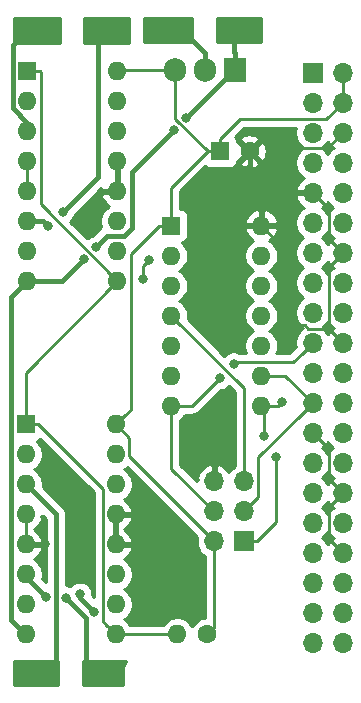
<source format=gtl>
G04 #@! TF.GenerationSoftware,KiCad,Pcbnew,5.1.5-52549c5~86~ubuntu18.04.1*
G04 #@! TF.CreationDate,2020-05-16T08:59:09-06:00*
G04 #@! TF.ProjectId,openturret-hat,6f70656e-7475-4727-9265-742d6861742e,rev?*
G04 #@! TF.SameCoordinates,Original*
G04 #@! TF.FileFunction,Copper,L1,Top*
G04 #@! TF.FilePolarity,Positive*
%FSLAX46Y46*%
G04 Gerber Fmt 4.6, Leading zero omitted, Abs format (unit mm)*
G04 Created by KiCad (PCBNEW 5.1.5-52549c5~86~ubuntu18.04.1) date 2020-05-16 08:59:09*
%MOMM*%
%LPD*%
G04 APERTURE LIST*
%ADD10O,1.905000X2.000000*%
%ADD11R,1.905000X2.000000*%
%ADD12O,1.600000X1.600000*%
%ADD13R,1.600000X1.600000*%
%ADD14C,1.600000*%
%ADD15O,1.700000X1.700000*%
%ADD16R,1.700000X1.700000*%
%ADD17C,0.800000*%
%ADD18C,0.250000*%
%ADD19C,0.457200*%
%ADD20C,0.254000*%
G04 APERTURE END LIST*
D10*
X121285000Y-72644000D03*
X123825000Y-72644000D03*
D11*
X126365000Y-72644000D03*
D12*
X128587500Y-85788500D03*
X120967500Y-101028500D03*
X128587500Y-88328500D03*
X120967500Y-98488500D03*
X128587500Y-90868500D03*
X120967500Y-95948500D03*
X128587500Y-93408500D03*
X120967500Y-93408500D03*
X128587500Y-95948500D03*
X120967500Y-90868500D03*
X128587500Y-98488500D03*
X120967500Y-88328500D03*
X128587500Y-101028500D03*
D13*
X120967500Y-85788500D03*
D12*
X116395500Y-72707500D03*
X108775500Y-90487500D03*
X116395500Y-75247500D03*
X108775500Y-87947500D03*
X116395500Y-77787500D03*
X108775500Y-85407500D03*
X116395500Y-80327500D03*
X108775500Y-82867500D03*
X116395500Y-82867500D03*
X108775500Y-80327500D03*
X116395500Y-85407500D03*
X108775500Y-77787500D03*
X116395500Y-87947500D03*
X108775500Y-75247500D03*
X116395500Y-90487500D03*
D13*
X108775500Y-72707500D03*
D12*
X116268500Y-102616000D03*
X108648500Y-120396000D03*
X116268500Y-105156000D03*
X108648500Y-117856000D03*
X116268500Y-107696000D03*
X108648500Y-115316000D03*
X116268500Y-110236000D03*
X108648500Y-112776000D03*
X116268500Y-112776000D03*
X108648500Y-110236000D03*
X116268500Y-115316000D03*
X108648500Y-107696000D03*
X116268500Y-117856000D03*
X108648500Y-105156000D03*
X116268500Y-120396000D03*
D13*
X108648500Y-102616000D03*
D12*
X121475500Y-120396000D03*
D14*
X124015500Y-120396000D03*
D15*
X124587000Y-107442000D03*
X127127000Y-107442000D03*
X124587000Y-109982000D03*
X127127000Y-109982000D03*
X124587000Y-112522000D03*
D16*
X127127000Y-112522000D03*
D15*
X135466225Y-121106000D03*
X132926225Y-121106000D03*
X135466225Y-118566000D03*
X132926225Y-118566000D03*
X135466225Y-116026000D03*
X132926225Y-116026000D03*
X135466225Y-113486000D03*
X132926225Y-113486000D03*
X135466225Y-110946000D03*
X132926225Y-110946000D03*
X135466225Y-108406000D03*
X132926225Y-108406000D03*
X135466225Y-105866000D03*
X132926225Y-105866000D03*
X135466225Y-103326000D03*
X132926225Y-103326000D03*
X135466225Y-100786000D03*
X132926225Y-100786000D03*
X135466225Y-98246000D03*
X132926225Y-98246000D03*
X135466225Y-95706000D03*
X132926225Y-95706000D03*
X135466225Y-93166000D03*
X132926225Y-93166000D03*
X135466225Y-90626000D03*
X132926225Y-90626000D03*
X135466225Y-88086000D03*
X132926225Y-88086000D03*
X135466225Y-85546000D03*
X132926225Y-85546000D03*
X135466225Y-83006000D03*
X132926225Y-83006000D03*
X135466225Y-80466000D03*
X132926225Y-80466000D03*
X135466225Y-77926000D03*
X132926225Y-77926000D03*
X135466225Y-75386000D03*
X132926225Y-75386000D03*
X135466225Y-72846000D03*
D16*
X132926225Y-72846000D03*
D14*
X127595000Y-79502000D03*
D13*
X125095000Y-79502000D03*
D17*
X114049100Y-112776000D03*
X110236000Y-112776000D03*
X112391900Y-112776000D03*
X113538000Y-84582000D03*
X122174000Y-83566000D03*
X123952000Y-94488000D03*
X129857500Y-105410000D03*
X128778000Y-103632000D03*
X130302000Y-100711000D03*
X125095000Y-98679000D03*
X126238000Y-97472500D03*
X113220500Y-116967000D03*
X114418499Y-118491000D03*
X110359900Y-117243416D03*
X112017100Y-117284500D03*
X118554500Y-90297000D03*
X119062500Y-88709500D03*
X110553500Y-85852000D03*
X111760000Y-84645500D03*
X113533347Y-88650653D03*
X114558653Y-87625347D03*
X121158000Y-77724000D03*
X122225153Y-76656847D03*
D18*
X135466225Y-77926000D02*
X134144225Y-79248000D01*
X134144225Y-79248000D02*
X130810000Y-79248000D01*
X134616226Y-87236001D02*
X135466225Y-88086000D01*
X134291224Y-86910999D02*
X134616226Y-87236001D01*
X134291224Y-84370999D02*
X134291224Y-86910999D01*
X132926225Y-83006000D02*
X134291224Y-84370999D01*
X134616226Y-88935999D02*
X135466225Y-88086000D01*
X134291224Y-89261001D02*
X134616226Y-88935999D01*
X134291224Y-94530999D02*
X134291224Y-89261001D01*
X135466225Y-95706000D02*
X134291224Y-94530999D01*
X134616226Y-107556001D02*
X135466225Y-108406000D01*
X134291224Y-104690999D02*
X134291224Y-107230999D01*
X134291224Y-107230999D02*
X134616226Y-107556001D01*
X132926225Y-103326000D02*
X134291224Y-104690999D01*
X134616226Y-112636001D02*
X135466225Y-113486000D01*
X134291224Y-112310999D02*
X134616226Y-112636001D01*
X134291224Y-109581001D02*
X134291224Y-112310999D01*
X135466225Y-108406000D02*
X134291224Y-109581001D01*
X108648500Y-111367370D02*
X108648500Y-112776000D01*
X108648500Y-110236000D02*
X108648500Y-111367370D01*
X110236000Y-112776000D02*
X108648500Y-112776000D01*
X114049100Y-112776000D02*
X112391900Y-112776000D01*
X132552222Y-94530999D02*
X132255223Y-94234000D01*
X134291224Y-94530999D02*
X132552222Y-94530999D01*
X132255223Y-94234000D02*
X131318000Y-94234000D01*
X131318000Y-88519000D02*
X128587500Y-85788500D01*
X131318000Y-94234000D02*
X131318000Y-88519000D01*
X108775500Y-82867500D02*
X108775500Y-80327500D01*
D19*
X123825000Y-71186800D02*
X122174000Y-69535800D01*
X123825000Y-72644000D02*
X123825000Y-71186800D01*
X116395500Y-82867500D02*
X115252500Y-82867500D01*
X115252500Y-82867500D02*
X113538000Y-84582000D01*
X127595000Y-80633370D02*
X124408370Y-83820000D01*
X127595000Y-79502000D02*
X127595000Y-80633370D01*
X124408370Y-83820000D02*
X122428000Y-83820000D01*
X122428000Y-83820000D02*
X122174000Y-83566000D01*
X122174000Y-83566000D02*
X123952000Y-85344000D01*
X123952000Y-85344000D02*
X123952000Y-94488000D01*
D18*
X116459000Y-72644000D02*
X116395500Y-72707500D01*
X121285000Y-72644000D02*
X116459000Y-72644000D01*
X135466225Y-72846000D02*
X135466225Y-75386000D01*
X125095000Y-78452000D02*
X125095000Y-79502000D01*
X126796001Y-76750999D02*
X125095000Y-78452000D01*
X134101226Y-76750999D02*
X126796001Y-76750999D01*
X135466225Y-75386000D02*
X134101226Y-76750999D01*
X121285000Y-76742000D02*
X124045000Y-79502000D01*
X121285000Y-72644000D02*
X121285000Y-76742000D01*
X120967500Y-84738500D02*
X120967500Y-85788500D01*
X120967500Y-82579500D02*
X120967500Y-84738500D01*
X124045000Y-79502000D02*
X120967500Y-82579500D01*
X125095000Y-79502000D02*
X124045000Y-79502000D01*
X117520501Y-101363999D02*
X117068499Y-101816001D01*
X117068499Y-101816001D02*
X116268500Y-102616000D01*
X117520501Y-88185499D02*
X117520501Y-101363999D01*
X119917500Y-85788500D02*
X117520501Y-88185499D01*
X120967500Y-85788500D02*
X119917500Y-85788500D01*
X123737001Y-111672001D02*
X124587000Y-112522000D01*
X117393501Y-103741001D02*
X117393501Y-105328501D01*
X117393501Y-105328501D02*
X123737001Y-111672001D01*
X116268500Y-102616000D02*
X117393501Y-103741001D01*
X124587000Y-119824500D02*
X124015500Y-120396000D01*
X124587000Y-112522000D02*
X124587000Y-119824500D01*
X132076226Y-101635999D02*
X132926225Y-100786000D01*
X128302001Y-105410224D02*
X132076226Y-101635999D01*
X128302001Y-108806999D02*
X128302001Y-105410224D01*
X127127000Y-109982000D02*
X128302001Y-108806999D01*
X130628725Y-98488500D02*
X132926225Y-100786000D01*
X128587500Y-98488500D02*
X130628725Y-98488500D01*
X129857500Y-110891500D02*
X129857500Y-105410000D01*
X127127000Y-112522000D02*
X128227000Y-112522000D01*
X128227000Y-112522000D02*
X129857500Y-110891500D01*
X128778000Y-101219000D02*
X128587500Y-101028500D01*
X128778000Y-103632000D02*
X128778000Y-101219000D01*
X128587500Y-101028500D02*
X129984500Y-101028500D01*
X129984500Y-101028500D02*
X130302000Y-100711000D01*
X120967500Y-106362500D02*
X124587000Y-109982000D01*
X120967500Y-101028500D02*
X120967500Y-106362500D01*
X120967500Y-101028500D02*
X122745500Y-101028500D01*
X122745500Y-101028500D02*
X125095000Y-98679000D01*
X132076226Y-96555999D02*
X132926225Y-95706000D01*
X126347001Y-97363499D02*
X131268726Y-97363499D01*
X131268726Y-97363499D02*
X132076226Y-96555999D01*
X126238000Y-97472500D02*
X126347001Y-97363499D01*
X127127000Y-99568000D02*
X120967500Y-93408500D01*
X127127000Y-107442000D02*
X127127000Y-99568000D01*
X121475500Y-120396000D02*
X116268500Y-120396000D01*
X115468501Y-119596001D02*
X116268500Y-120396000D01*
X115143499Y-119270999D02*
X115468501Y-119596001D01*
X109698500Y-102616000D02*
X115143499Y-108060999D01*
X115143499Y-108060999D02*
X115143499Y-119270999D01*
X108648500Y-102616000D02*
X109698500Y-102616000D01*
X108648500Y-98234500D02*
X116395500Y-90487500D01*
X108648500Y-102616000D02*
X108648500Y-98234500D01*
X109825500Y-72707500D02*
X108775500Y-72707500D01*
X109900501Y-72782501D02*
X109825500Y-72707500D01*
X109900501Y-83992501D02*
X109900501Y-72782501D01*
X116395500Y-90487500D02*
X109900501Y-83992501D01*
D19*
X113220500Y-116967000D02*
X113220500Y-117293001D01*
X113220500Y-117293001D02*
X114418499Y-118491000D01*
X108648500Y-115316000D02*
X108648500Y-115532016D01*
X108648500Y-115532016D02*
X110359900Y-117243416D01*
X112017100Y-117284500D02*
X113728500Y-118995900D01*
X113728500Y-118995900D02*
X113728500Y-123825000D01*
X108648500Y-107696000D02*
X111188500Y-110236000D01*
X111188500Y-110236000D02*
X111188500Y-123444000D01*
D18*
X118554500Y-90297000D02*
X118554500Y-89217500D01*
X118554500Y-89217500D02*
X119062500Y-88709500D01*
D19*
X108775500Y-85407500D02*
X110109000Y-85407500D01*
X110109000Y-85407500D02*
X110553500Y-85852000D01*
X111760000Y-84645500D02*
X114744500Y-81661000D01*
X114744500Y-81661000D02*
X114744500Y-69596000D01*
X107546899Y-75837229D02*
X107546899Y-70507101D01*
X108775500Y-77787500D02*
X108775500Y-77065830D01*
X108775500Y-77065830D02*
X107546899Y-75837229D01*
X107546899Y-70507101D02*
X108775500Y-69278500D01*
X107848501Y-119596001D02*
X108648500Y-120396000D01*
X107419899Y-91843101D02*
X107419899Y-119167399D01*
X107419899Y-119167399D02*
X107848501Y-119596001D01*
X108775500Y-90487500D02*
X107419899Y-91843101D01*
X108775500Y-90487500D02*
X111696500Y-90487500D01*
X111696500Y-90487500D02*
X113533347Y-88650653D01*
X117624101Y-81257899D02*
X121158000Y-77724000D01*
X117624101Y-85997229D02*
X117624101Y-81257899D01*
X114558653Y-87625347D02*
X115547899Y-86636101D01*
X116985229Y-86636101D02*
X117624101Y-85997229D01*
X115547899Y-86636101D02*
X116985229Y-86636101D01*
X126238000Y-72644000D02*
X126365000Y-72644000D01*
X122225153Y-76656847D02*
X126238000Y-72644000D01*
X126365000Y-71186800D02*
X126238000Y-71059800D01*
X126365000Y-72644000D02*
X126365000Y-71186800D01*
X126238000Y-71059800D02*
X126238000Y-69088000D01*
D20*
G36*
X111506000Y-70358000D02*
G01*
X107619000Y-70358000D01*
X107619000Y-68249000D01*
X111506000Y-68249000D01*
X111506000Y-70358000D01*
G37*
X111506000Y-70358000D02*
X107619000Y-70358000D01*
X107619000Y-68249000D01*
X111506000Y-68249000D01*
X111506000Y-70358000D01*
G36*
X117348000Y-70358000D02*
G01*
X113601500Y-70358000D01*
X113601500Y-68249000D01*
X117348000Y-68249000D01*
X117348000Y-70358000D01*
G37*
X117348000Y-70358000D02*
X113601500Y-70358000D01*
X113601500Y-68249000D01*
X117348000Y-68249000D01*
X117348000Y-70358000D01*
G36*
X117115289Y-122703289D02*
G01*
X117029688Y-122807593D01*
X116966081Y-122926594D01*
X116926912Y-123055717D01*
X116913686Y-123190000D01*
X116917000Y-123223647D01*
X116917001Y-124664000D01*
X113474500Y-124664000D01*
X113474500Y-122682000D01*
X117141229Y-122682000D01*
X117115289Y-122703289D01*
G37*
X117115289Y-122703289D02*
X117029688Y-122807593D01*
X116966081Y-122926594D01*
X116926912Y-123055717D01*
X116913686Y-123190000D01*
X116917000Y-123223647D01*
X116917001Y-124664000D01*
X113474500Y-124664000D01*
X113474500Y-122682000D01*
X117141229Y-122682000D01*
X117115289Y-122703289D01*
G36*
X111379000Y-124664000D02*
G01*
X107619000Y-124664000D01*
X107619000Y-122682000D01*
X111379000Y-122682000D01*
X111379000Y-124664000D01*
G37*
X111379000Y-124664000D02*
X107619000Y-124664000D01*
X107619000Y-122682000D01*
X111379000Y-122682000D01*
X111379000Y-124664000D01*
G36*
X123145790Y-112155592D02*
G01*
X123102000Y-112375740D01*
X123102000Y-112668260D01*
X123159068Y-112955158D01*
X123271010Y-113225411D01*
X123433525Y-113468632D01*
X123640368Y-113675475D01*
X123827000Y-113800179D01*
X123827001Y-118970382D01*
X123596926Y-119016147D01*
X123335773Y-119124320D01*
X123100741Y-119281363D01*
X122900863Y-119481241D01*
X122745500Y-119713759D01*
X122590137Y-119481241D01*
X122390259Y-119281363D01*
X122155227Y-119124320D01*
X121894074Y-119016147D01*
X121616835Y-118961000D01*
X121334165Y-118961000D01*
X121056926Y-119016147D01*
X120795773Y-119124320D01*
X120560741Y-119281363D01*
X120360863Y-119481241D01*
X120257457Y-119636000D01*
X117486543Y-119636000D01*
X117383137Y-119481241D01*
X117183259Y-119281363D01*
X116950741Y-119126000D01*
X117183259Y-118970637D01*
X117383137Y-118770759D01*
X117540180Y-118535727D01*
X117648353Y-118274574D01*
X117703500Y-117997335D01*
X117703500Y-117714665D01*
X117648353Y-117437426D01*
X117540180Y-117176273D01*
X117383137Y-116941241D01*
X117183259Y-116741363D01*
X116950741Y-116586000D01*
X117183259Y-116430637D01*
X117383137Y-116230759D01*
X117540180Y-115995727D01*
X117648353Y-115734574D01*
X117703500Y-115457335D01*
X117703500Y-115174665D01*
X117648353Y-114897426D01*
X117540180Y-114636273D01*
X117383137Y-114401241D01*
X117183259Y-114201363D01*
X116948227Y-114044320D01*
X116937635Y-114039933D01*
X117123631Y-113928385D01*
X117332019Y-113739414D01*
X117499537Y-113513420D01*
X117619746Y-113259087D01*
X117660404Y-113125039D01*
X117538415Y-112903000D01*
X116395500Y-112903000D01*
X116395500Y-112923000D01*
X116141500Y-112923000D01*
X116141500Y-112903000D01*
X116121500Y-112903000D01*
X116121500Y-112649000D01*
X116141500Y-112649000D01*
X116141500Y-110363000D01*
X116395500Y-110363000D01*
X116395500Y-112649000D01*
X117538415Y-112649000D01*
X117660404Y-112426961D01*
X117619746Y-112292913D01*
X117499537Y-112038580D01*
X117332019Y-111812586D01*
X117123631Y-111623615D01*
X116927518Y-111506000D01*
X117123631Y-111388385D01*
X117332019Y-111199414D01*
X117499537Y-110973420D01*
X117619746Y-110719087D01*
X117660404Y-110585039D01*
X117538415Y-110363000D01*
X116395500Y-110363000D01*
X116141500Y-110363000D01*
X116121500Y-110363000D01*
X116121500Y-110109000D01*
X116141500Y-110109000D01*
X116141500Y-110089000D01*
X116395500Y-110089000D01*
X116395500Y-110109000D01*
X117538415Y-110109000D01*
X117660404Y-109886961D01*
X117619746Y-109752913D01*
X117499537Y-109498580D01*
X117332019Y-109272586D01*
X117123631Y-109083615D01*
X116937635Y-108972067D01*
X116948227Y-108967680D01*
X117183259Y-108810637D01*
X117383137Y-108610759D01*
X117540180Y-108375727D01*
X117648353Y-108114574D01*
X117703500Y-107837335D01*
X117703500Y-107554665D01*
X117648353Y-107277426D01*
X117540180Y-107016273D01*
X117383137Y-106781241D01*
X117183259Y-106581363D01*
X116950741Y-106426000D01*
X117183259Y-106270637D01*
X117222047Y-106231849D01*
X123145790Y-112155592D01*
G37*
X123145790Y-112155592D02*
X123102000Y-112375740D01*
X123102000Y-112668260D01*
X123159068Y-112955158D01*
X123271010Y-113225411D01*
X123433525Y-113468632D01*
X123640368Y-113675475D01*
X123827000Y-113800179D01*
X123827001Y-118970382D01*
X123596926Y-119016147D01*
X123335773Y-119124320D01*
X123100741Y-119281363D01*
X122900863Y-119481241D01*
X122745500Y-119713759D01*
X122590137Y-119481241D01*
X122390259Y-119281363D01*
X122155227Y-119124320D01*
X121894074Y-119016147D01*
X121616835Y-118961000D01*
X121334165Y-118961000D01*
X121056926Y-119016147D01*
X120795773Y-119124320D01*
X120560741Y-119281363D01*
X120360863Y-119481241D01*
X120257457Y-119636000D01*
X117486543Y-119636000D01*
X117383137Y-119481241D01*
X117183259Y-119281363D01*
X116950741Y-119126000D01*
X117183259Y-118970637D01*
X117383137Y-118770759D01*
X117540180Y-118535727D01*
X117648353Y-118274574D01*
X117703500Y-117997335D01*
X117703500Y-117714665D01*
X117648353Y-117437426D01*
X117540180Y-117176273D01*
X117383137Y-116941241D01*
X117183259Y-116741363D01*
X116950741Y-116586000D01*
X117183259Y-116430637D01*
X117383137Y-116230759D01*
X117540180Y-115995727D01*
X117648353Y-115734574D01*
X117703500Y-115457335D01*
X117703500Y-115174665D01*
X117648353Y-114897426D01*
X117540180Y-114636273D01*
X117383137Y-114401241D01*
X117183259Y-114201363D01*
X116948227Y-114044320D01*
X116937635Y-114039933D01*
X117123631Y-113928385D01*
X117332019Y-113739414D01*
X117499537Y-113513420D01*
X117619746Y-113259087D01*
X117660404Y-113125039D01*
X117538415Y-112903000D01*
X116395500Y-112903000D01*
X116395500Y-112923000D01*
X116141500Y-112923000D01*
X116141500Y-112903000D01*
X116121500Y-112903000D01*
X116121500Y-112649000D01*
X116141500Y-112649000D01*
X116141500Y-110363000D01*
X116395500Y-110363000D01*
X116395500Y-112649000D01*
X117538415Y-112649000D01*
X117660404Y-112426961D01*
X117619746Y-112292913D01*
X117499537Y-112038580D01*
X117332019Y-111812586D01*
X117123631Y-111623615D01*
X116927518Y-111506000D01*
X117123631Y-111388385D01*
X117332019Y-111199414D01*
X117499537Y-110973420D01*
X117619746Y-110719087D01*
X117660404Y-110585039D01*
X117538415Y-110363000D01*
X116395500Y-110363000D01*
X116141500Y-110363000D01*
X116121500Y-110363000D01*
X116121500Y-110109000D01*
X116141500Y-110109000D01*
X116141500Y-110089000D01*
X116395500Y-110089000D01*
X116395500Y-110109000D01*
X117538415Y-110109000D01*
X117660404Y-109886961D01*
X117619746Y-109752913D01*
X117499537Y-109498580D01*
X117332019Y-109272586D01*
X117123631Y-109083615D01*
X116937635Y-108972067D01*
X116948227Y-108967680D01*
X117183259Y-108810637D01*
X117383137Y-108610759D01*
X117540180Y-108375727D01*
X117648353Y-108114574D01*
X117703500Y-107837335D01*
X117703500Y-107554665D01*
X117648353Y-107277426D01*
X117540180Y-107016273D01*
X117383137Y-106781241D01*
X117183259Y-106581363D01*
X116950741Y-106426000D01*
X117183259Y-106270637D01*
X117222047Y-106231849D01*
X123145790Y-112155592D01*
G36*
X114383499Y-108375802D02*
G01*
X114383500Y-117234687D01*
X114249237Y-117100424D01*
X114255500Y-117068939D01*
X114255500Y-116865061D01*
X114215726Y-116665102D01*
X114137705Y-116476744D01*
X114024437Y-116307226D01*
X113880274Y-116163063D01*
X113710756Y-116049795D01*
X113522398Y-115971774D01*
X113322439Y-115932000D01*
X113118561Y-115932000D01*
X112918602Y-115971774D01*
X112730244Y-116049795D01*
X112560726Y-116163063D01*
X112416563Y-116307226D01*
X112404808Y-116324818D01*
X112318998Y-116289274D01*
X112119039Y-116249500D01*
X112052100Y-116249500D01*
X112052100Y-110278417D01*
X112056278Y-110235999D01*
X112051349Y-110185954D01*
X112039604Y-110066705D01*
X111990222Y-109903916D01*
X111910031Y-109753888D01*
X111802112Y-109622388D01*
X111769161Y-109595346D01*
X110071496Y-107897682D01*
X110083500Y-107837335D01*
X110083500Y-107554665D01*
X110028353Y-107277426D01*
X109920180Y-107016273D01*
X109763137Y-106781241D01*
X109563259Y-106581363D01*
X109330741Y-106426000D01*
X109563259Y-106270637D01*
X109763137Y-106070759D01*
X109920180Y-105835727D01*
X110028353Y-105574574D01*
X110083500Y-105297335D01*
X110083500Y-105014665D01*
X110028353Y-104737426D01*
X109920180Y-104476273D01*
X109763137Y-104241241D01*
X109564539Y-104042643D01*
X109572982Y-104041812D01*
X109692680Y-104005502D01*
X109802994Y-103946537D01*
X109886063Y-103878364D01*
X114383499Y-108375802D01*
G37*
X114383499Y-108375802D02*
X114383500Y-117234687D01*
X114249237Y-117100424D01*
X114255500Y-117068939D01*
X114255500Y-116865061D01*
X114215726Y-116665102D01*
X114137705Y-116476744D01*
X114024437Y-116307226D01*
X113880274Y-116163063D01*
X113710756Y-116049795D01*
X113522398Y-115971774D01*
X113322439Y-115932000D01*
X113118561Y-115932000D01*
X112918602Y-115971774D01*
X112730244Y-116049795D01*
X112560726Y-116163063D01*
X112416563Y-116307226D01*
X112404808Y-116324818D01*
X112318998Y-116289274D01*
X112119039Y-116249500D01*
X112052100Y-116249500D01*
X112052100Y-110278417D01*
X112056278Y-110235999D01*
X112051349Y-110185954D01*
X112039604Y-110066705D01*
X111990222Y-109903916D01*
X111910031Y-109753888D01*
X111802112Y-109622388D01*
X111769161Y-109595346D01*
X110071496Y-107897682D01*
X110083500Y-107837335D01*
X110083500Y-107554665D01*
X110028353Y-107277426D01*
X109920180Y-107016273D01*
X109763137Y-106781241D01*
X109563259Y-106581363D01*
X109330741Y-106426000D01*
X109563259Y-106270637D01*
X109763137Y-106070759D01*
X109920180Y-105835727D01*
X110028353Y-105574574D01*
X110083500Y-105297335D01*
X110083500Y-105014665D01*
X110028353Y-104737426D01*
X109920180Y-104476273D01*
X109763137Y-104241241D01*
X109564539Y-104042643D01*
X109572982Y-104041812D01*
X109692680Y-104005502D01*
X109802994Y-103946537D01*
X109886063Y-103878364D01*
X114383499Y-108375802D01*
G36*
X110324900Y-110593715D02*
G01*
X110324900Y-115987102D01*
X110035656Y-115697858D01*
X110083500Y-115457335D01*
X110083500Y-115174665D01*
X110028353Y-114897426D01*
X109920180Y-114636273D01*
X109763137Y-114401241D01*
X109563259Y-114201363D01*
X109328227Y-114044320D01*
X109317635Y-114039933D01*
X109503631Y-113928385D01*
X109712019Y-113739414D01*
X109879537Y-113513420D01*
X109999746Y-113259087D01*
X110040404Y-113125039D01*
X109918415Y-112903000D01*
X108902500Y-112903000D01*
X108902500Y-112649000D01*
X109918415Y-112649000D01*
X110040404Y-112426961D01*
X109999746Y-112292913D01*
X109879537Y-112038580D01*
X109712019Y-111812586D01*
X109503631Y-111623615D01*
X109307518Y-111506000D01*
X109503631Y-111388385D01*
X109712019Y-111199414D01*
X109879537Y-110973420D01*
X109999746Y-110719087D01*
X110040404Y-110585039D01*
X109918416Y-110363002D01*
X110083500Y-110363002D01*
X110083500Y-110352315D01*
X110324900Y-110593715D01*
G37*
X110324900Y-110593715D02*
X110324900Y-115987102D01*
X110035656Y-115697858D01*
X110083500Y-115457335D01*
X110083500Y-115174665D01*
X110028353Y-114897426D01*
X109920180Y-114636273D01*
X109763137Y-114401241D01*
X109563259Y-114201363D01*
X109328227Y-114044320D01*
X109317635Y-114039933D01*
X109503631Y-113928385D01*
X109712019Y-113739414D01*
X109879537Y-113513420D01*
X109999746Y-113259087D01*
X110040404Y-113125039D01*
X109918415Y-112903000D01*
X108902500Y-112903000D01*
X108902500Y-112649000D01*
X109918415Y-112649000D01*
X110040404Y-112426961D01*
X109999746Y-112292913D01*
X109879537Y-112038580D01*
X109712019Y-111812586D01*
X109503631Y-111623615D01*
X109307518Y-111506000D01*
X109503631Y-111388385D01*
X109712019Y-111199414D01*
X109879537Y-110973420D01*
X109999746Y-110719087D01*
X110040404Y-110585039D01*
X109918416Y-110363002D01*
X110083500Y-110363002D01*
X110083500Y-110352315D01*
X110324900Y-110593715D01*
G36*
X135509000Y-113633000D02*
G01*
X135339225Y-113633000D01*
X135339225Y-113613000D01*
X135319225Y-113613000D01*
X135319225Y-113359000D01*
X135339225Y-113359000D01*
X135339225Y-113339000D01*
X135509000Y-113339000D01*
X135509000Y-113633000D01*
G37*
X135509000Y-113633000D02*
X135339225Y-113633000D01*
X135339225Y-113613000D01*
X135319225Y-113613000D01*
X135319225Y-113359000D01*
X135339225Y-113359000D01*
X135339225Y-113339000D01*
X135509000Y-113339000D01*
X135509000Y-113633000D01*
G36*
X134312750Y-111892632D02*
G01*
X134519593Y-112099475D01*
X134701759Y-112221195D01*
X134584870Y-112290822D01*
X134368637Y-112485731D01*
X134197325Y-112715406D01*
X134079700Y-112539368D01*
X133872857Y-112332525D01*
X133698465Y-112216000D01*
X133872857Y-112099475D01*
X134079700Y-111892632D01*
X134196225Y-111718240D01*
X134312750Y-111892632D01*
G37*
X134312750Y-111892632D02*
X134519593Y-112099475D01*
X134701759Y-112221195D01*
X134584870Y-112290822D01*
X134368637Y-112485731D01*
X134197325Y-112715406D01*
X134079700Y-112539368D01*
X133872857Y-112332525D01*
X133698465Y-112216000D01*
X133872857Y-112099475D01*
X134079700Y-111892632D01*
X134196225Y-111718240D01*
X134312750Y-111892632D01*
G36*
X134368637Y-109406269D02*
G01*
X134584870Y-109601178D01*
X134701759Y-109670805D01*
X134519593Y-109792525D01*
X134312750Y-109999368D01*
X134196225Y-110173760D01*
X134079700Y-109999368D01*
X133872857Y-109792525D01*
X133698465Y-109676000D01*
X133872857Y-109559475D01*
X134079700Y-109352632D01*
X134197325Y-109176594D01*
X134368637Y-109406269D01*
G37*
X134368637Y-109406269D02*
X134584870Y-109601178D01*
X134701759Y-109670805D01*
X134519593Y-109792525D01*
X134312750Y-109999368D01*
X134196225Y-110173760D01*
X134079700Y-109999368D01*
X133872857Y-109792525D01*
X133698465Y-109676000D01*
X133872857Y-109559475D01*
X134079700Y-109352632D01*
X134197325Y-109176594D01*
X134368637Y-109406269D01*
G36*
X135509000Y-108553000D02*
G01*
X135339225Y-108553000D01*
X135339225Y-108533000D01*
X135319225Y-108533000D01*
X135319225Y-108279000D01*
X135339225Y-108279000D01*
X135339225Y-108259000D01*
X135509000Y-108259000D01*
X135509000Y-108553000D01*
G37*
X135509000Y-108553000D02*
X135339225Y-108553000D01*
X135339225Y-108533000D01*
X135319225Y-108533000D01*
X135319225Y-108279000D01*
X135339225Y-108279000D01*
X135339225Y-108259000D01*
X135509000Y-108259000D01*
X135509000Y-108553000D01*
G36*
X134312750Y-106812632D02*
G01*
X134519593Y-107019475D01*
X134701759Y-107141195D01*
X134584870Y-107210822D01*
X134368637Y-107405731D01*
X134197325Y-107635406D01*
X134079700Y-107459368D01*
X133872857Y-107252525D01*
X133698465Y-107136000D01*
X133872857Y-107019475D01*
X134079700Y-106812632D01*
X134196225Y-106638240D01*
X134312750Y-106812632D01*
G37*
X134312750Y-106812632D02*
X134519593Y-107019475D01*
X134701759Y-107141195D01*
X134584870Y-107210822D01*
X134368637Y-107405731D01*
X134197325Y-107635406D01*
X134079700Y-107459368D01*
X133872857Y-107252525D01*
X133698465Y-107136000D01*
X133872857Y-107019475D01*
X134079700Y-106812632D01*
X134196225Y-106638240D01*
X134312750Y-106812632D01*
G36*
X126367001Y-99882804D02*
G01*
X126367000Y-106163821D01*
X126180368Y-106288525D01*
X125973525Y-106495368D01*
X125855900Y-106671406D01*
X125684588Y-106441731D01*
X125468355Y-106246822D01*
X125218252Y-106097843D01*
X124943891Y-106000519D01*
X124714000Y-106121186D01*
X124714000Y-107315000D01*
X124734000Y-107315000D01*
X124734000Y-107569000D01*
X124714000Y-107569000D01*
X124714000Y-107589000D01*
X124460000Y-107589000D01*
X124460000Y-107569000D01*
X124440000Y-107569000D01*
X124440000Y-107315000D01*
X124460000Y-107315000D01*
X124460000Y-106121186D01*
X124230109Y-106000519D01*
X123955748Y-106097843D01*
X123705645Y-106246822D01*
X123489412Y-106441731D01*
X123315359Y-106675080D01*
X123190175Y-106937901D01*
X123145524Y-107085110D01*
X123266844Y-107314998D01*
X123102000Y-107314998D01*
X123102000Y-107422199D01*
X121727500Y-106047699D01*
X121727500Y-102246543D01*
X121882259Y-102143137D01*
X122082137Y-101943259D01*
X122185543Y-101788500D01*
X122708178Y-101788500D01*
X122745500Y-101792176D01*
X122782822Y-101788500D01*
X122782833Y-101788500D01*
X122894486Y-101777503D01*
X123037747Y-101734046D01*
X123169776Y-101663474D01*
X123285501Y-101568501D01*
X123309304Y-101539497D01*
X125134802Y-99714000D01*
X125196939Y-99714000D01*
X125396898Y-99674226D01*
X125585256Y-99596205D01*
X125754774Y-99482937D01*
X125860954Y-99376757D01*
X126367001Y-99882804D01*
G37*
X126367001Y-99882804D02*
X126367000Y-106163821D01*
X126180368Y-106288525D01*
X125973525Y-106495368D01*
X125855900Y-106671406D01*
X125684588Y-106441731D01*
X125468355Y-106246822D01*
X125218252Y-106097843D01*
X124943891Y-106000519D01*
X124714000Y-106121186D01*
X124714000Y-107315000D01*
X124734000Y-107315000D01*
X124734000Y-107569000D01*
X124714000Y-107569000D01*
X124714000Y-107589000D01*
X124460000Y-107589000D01*
X124460000Y-107569000D01*
X124440000Y-107569000D01*
X124440000Y-107315000D01*
X124460000Y-107315000D01*
X124460000Y-106121186D01*
X124230109Y-106000519D01*
X123955748Y-106097843D01*
X123705645Y-106246822D01*
X123489412Y-106441731D01*
X123315359Y-106675080D01*
X123190175Y-106937901D01*
X123145524Y-107085110D01*
X123266844Y-107314998D01*
X123102000Y-107314998D01*
X123102000Y-107422199D01*
X121727500Y-106047699D01*
X121727500Y-102246543D01*
X121882259Y-102143137D01*
X122082137Y-101943259D01*
X122185543Y-101788500D01*
X122708178Y-101788500D01*
X122745500Y-101792176D01*
X122782822Y-101788500D01*
X122782833Y-101788500D01*
X122894486Y-101777503D01*
X123037747Y-101734046D01*
X123169776Y-101663474D01*
X123285501Y-101568501D01*
X123309304Y-101539497D01*
X125134802Y-99714000D01*
X125196939Y-99714000D01*
X125396898Y-99674226D01*
X125585256Y-99596205D01*
X125754774Y-99482937D01*
X125860954Y-99376757D01*
X126367001Y-99882804D01*
G36*
X134312750Y-104272632D02*
G01*
X134519593Y-104479475D01*
X134693985Y-104596000D01*
X134519593Y-104712525D01*
X134312750Y-104919368D01*
X134196225Y-105093760D01*
X134079700Y-104919368D01*
X133872857Y-104712525D01*
X133690691Y-104590805D01*
X133807580Y-104521178D01*
X134023813Y-104326269D01*
X134195125Y-104096594D01*
X134312750Y-104272632D01*
G37*
X134312750Y-104272632D02*
X134519593Y-104479475D01*
X134693985Y-104596000D01*
X134519593Y-104712525D01*
X134312750Y-104919368D01*
X134196225Y-105093760D01*
X134079700Y-104919368D01*
X133872857Y-104712525D01*
X133690691Y-104590805D01*
X133807580Y-104521178D01*
X134023813Y-104326269D01*
X134195125Y-104096594D01*
X134312750Y-104272632D01*
G36*
X133053225Y-103199000D02*
G01*
X133073225Y-103199000D01*
X133073225Y-103453000D01*
X133053225Y-103453000D01*
X133053225Y-103473000D01*
X132799225Y-103473000D01*
X132799225Y-103453000D01*
X132779225Y-103453000D01*
X132779225Y-103199000D01*
X132799225Y-103199000D01*
X132799225Y-103179000D01*
X133053225Y-103179000D01*
X133053225Y-103199000D01*
G37*
X133053225Y-103199000D02*
X133073225Y-103199000D01*
X133073225Y-103453000D01*
X133053225Y-103453000D01*
X133053225Y-103473000D01*
X132799225Y-103473000D01*
X132799225Y-103453000D01*
X132779225Y-103453000D01*
X132779225Y-103199000D01*
X132799225Y-103199000D01*
X132799225Y-103179000D01*
X133053225Y-103179000D01*
X133053225Y-103199000D01*
G36*
X131441225Y-77779740D02*
G01*
X131441225Y-78072260D01*
X131498293Y-78359158D01*
X131610235Y-78629411D01*
X131772750Y-78872632D01*
X131979593Y-79079475D01*
X132153985Y-79196000D01*
X131979593Y-79312525D01*
X131772750Y-79519368D01*
X131610235Y-79762589D01*
X131498293Y-80032842D01*
X131441225Y-80319740D01*
X131441225Y-80612260D01*
X131498293Y-80899158D01*
X131610235Y-81169411D01*
X131772750Y-81412632D01*
X131979593Y-81619475D01*
X132161759Y-81741195D01*
X132044870Y-81810822D01*
X131828637Y-82005731D01*
X131654584Y-82239080D01*
X131529400Y-82501901D01*
X131484749Y-82649110D01*
X131606070Y-82879000D01*
X132799225Y-82879000D01*
X132799225Y-82859000D01*
X133053225Y-82859000D01*
X133053225Y-82879000D01*
X133073225Y-82879000D01*
X133073225Y-83133000D01*
X133053225Y-83133000D01*
X133053225Y-83153000D01*
X132799225Y-83153000D01*
X132799225Y-83133000D01*
X131606070Y-83133000D01*
X131484749Y-83362890D01*
X131529400Y-83510099D01*
X131654584Y-83772920D01*
X131828637Y-84006269D01*
X132044870Y-84201178D01*
X132161759Y-84270805D01*
X131979593Y-84392525D01*
X131772750Y-84599368D01*
X131610235Y-84842589D01*
X131498293Y-85112842D01*
X131441225Y-85399740D01*
X131441225Y-85692260D01*
X131498293Y-85979158D01*
X131610235Y-86249411D01*
X131772750Y-86492632D01*
X131979593Y-86699475D01*
X132153985Y-86816000D01*
X131979593Y-86932525D01*
X131772750Y-87139368D01*
X131610235Y-87382589D01*
X131498293Y-87652842D01*
X131441225Y-87939740D01*
X131441225Y-88232260D01*
X131498293Y-88519158D01*
X131610235Y-88789411D01*
X131772750Y-89032632D01*
X131979593Y-89239475D01*
X132153985Y-89356000D01*
X131979593Y-89472525D01*
X131772750Y-89679368D01*
X131610235Y-89922589D01*
X131498293Y-90192842D01*
X131441225Y-90479740D01*
X131441225Y-90772260D01*
X131498293Y-91059158D01*
X131610235Y-91329411D01*
X131772750Y-91572632D01*
X131979593Y-91779475D01*
X132153985Y-91896000D01*
X131979593Y-92012525D01*
X131772750Y-92219368D01*
X131610235Y-92462589D01*
X131498293Y-92732842D01*
X131441225Y-93019740D01*
X131441225Y-93312260D01*
X131498293Y-93599158D01*
X131610235Y-93869411D01*
X131772750Y-94112632D01*
X131979593Y-94319475D01*
X132153985Y-94436000D01*
X131979593Y-94552525D01*
X131772750Y-94759368D01*
X131610235Y-95002589D01*
X131498293Y-95272842D01*
X131441225Y-95559740D01*
X131441225Y-95852260D01*
X131485015Y-96072407D01*
X130953924Y-96603499D01*
X129869423Y-96603499D01*
X129967353Y-96367074D01*
X130022500Y-96089835D01*
X130022500Y-95807165D01*
X129967353Y-95529926D01*
X129859180Y-95268773D01*
X129702137Y-95033741D01*
X129502259Y-94833863D01*
X129269741Y-94678500D01*
X129502259Y-94523137D01*
X129702137Y-94323259D01*
X129859180Y-94088227D01*
X129967353Y-93827074D01*
X130022500Y-93549835D01*
X130022500Y-93267165D01*
X129967353Y-92989926D01*
X129859180Y-92728773D01*
X129702137Y-92493741D01*
X129502259Y-92293863D01*
X129269741Y-92138500D01*
X129502259Y-91983137D01*
X129702137Y-91783259D01*
X129859180Y-91548227D01*
X129967353Y-91287074D01*
X130022500Y-91009835D01*
X130022500Y-90727165D01*
X129967353Y-90449926D01*
X129859180Y-90188773D01*
X129702137Y-89953741D01*
X129502259Y-89753863D01*
X129269741Y-89598500D01*
X129502259Y-89443137D01*
X129702137Y-89243259D01*
X129859180Y-89008227D01*
X129967353Y-88747074D01*
X130022500Y-88469835D01*
X130022500Y-88187165D01*
X129967353Y-87909926D01*
X129859180Y-87648773D01*
X129702137Y-87413741D01*
X129502259Y-87213863D01*
X129267227Y-87056820D01*
X129256635Y-87052433D01*
X129442631Y-86940885D01*
X129651019Y-86751914D01*
X129818537Y-86525920D01*
X129938746Y-86271587D01*
X129979404Y-86137539D01*
X129857415Y-85915500D01*
X128714500Y-85915500D01*
X128714500Y-85935500D01*
X128460500Y-85935500D01*
X128460500Y-85915500D01*
X127317585Y-85915500D01*
X127195596Y-86137539D01*
X127236254Y-86271587D01*
X127356463Y-86525920D01*
X127523981Y-86751914D01*
X127732369Y-86940885D01*
X127918365Y-87052433D01*
X127907773Y-87056820D01*
X127672741Y-87213863D01*
X127472863Y-87413741D01*
X127315820Y-87648773D01*
X127207647Y-87909926D01*
X127152500Y-88187165D01*
X127152500Y-88469835D01*
X127207647Y-88747074D01*
X127315820Y-89008227D01*
X127472863Y-89243259D01*
X127672741Y-89443137D01*
X127905259Y-89598500D01*
X127672741Y-89753863D01*
X127472863Y-89953741D01*
X127315820Y-90188773D01*
X127207647Y-90449926D01*
X127152500Y-90727165D01*
X127152500Y-91009835D01*
X127207647Y-91287074D01*
X127315820Y-91548227D01*
X127472863Y-91783259D01*
X127672741Y-91983137D01*
X127905259Y-92138500D01*
X127672741Y-92293863D01*
X127472863Y-92493741D01*
X127315820Y-92728773D01*
X127207647Y-92989926D01*
X127152500Y-93267165D01*
X127152500Y-93549835D01*
X127207647Y-93827074D01*
X127315820Y-94088227D01*
X127472863Y-94323259D01*
X127672741Y-94523137D01*
X127905259Y-94678500D01*
X127672741Y-94833863D01*
X127472863Y-95033741D01*
X127315820Y-95268773D01*
X127207647Y-95529926D01*
X127152500Y-95807165D01*
X127152500Y-96089835D01*
X127207647Y-96367074D01*
X127305577Y-96603499D01*
X126800399Y-96603499D01*
X126728256Y-96555295D01*
X126539898Y-96477274D01*
X126339939Y-96437500D01*
X126136061Y-96437500D01*
X125936102Y-96477274D01*
X125747744Y-96555295D01*
X125578226Y-96668563D01*
X125440296Y-96806493D01*
X122366188Y-93732386D01*
X122402500Y-93549835D01*
X122402500Y-93267165D01*
X122347353Y-92989926D01*
X122239180Y-92728773D01*
X122082137Y-92493741D01*
X121882259Y-92293863D01*
X121649741Y-92138500D01*
X121882259Y-91983137D01*
X122082137Y-91783259D01*
X122239180Y-91548227D01*
X122347353Y-91287074D01*
X122402500Y-91009835D01*
X122402500Y-90727165D01*
X122347353Y-90449926D01*
X122239180Y-90188773D01*
X122082137Y-89953741D01*
X121882259Y-89753863D01*
X121649741Y-89598500D01*
X121882259Y-89443137D01*
X122082137Y-89243259D01*
X122239180Y-89008227D01*
X122347353Y-88747074D01*
X122402500Y-88469835D01*
X122402500Y-88187165D01*
X122347353Y-87909926D01*
X122239180Y-87648773D01*
X122082137Y-87413741D01*
X121883539Y-87215143D01*
X121891982Y-87214312D01*
X122011680Y-87178002D01*
X122121994Y-87119037D01*
X122218685Y-87039685D01*
X122298037Y-86942994D01*
X122357002Y-86832680D01*
X122393312Y-86712982D01*
X122405572Y-86588500D01*
X122405572Y-85439461D01*
X127195596Y-85439461D01*
X127317585Y-85661500D01*
X128460500Y-85661500D01*
X128460500Y-84517876D01*
X128714500Y-84517876D01*
X128714500Y-85661500D01*
X129857415Y-85661500D01*
X129979404Y-85439461D01*
X129938746Y-85305413D01*
X129818537Y-85051080D01*
X129651019Y-84825086D01*
X129442631Y-84636115D01*
X129201381Y-84491430D01*
X128936540Y-84396591D01*
X128714500Y-84517876D01*
X128460500Y-84517876D01*
X128238460Y-84396591D01*
X127973619Y-84491430D01*
X127732369Y-84636115D01*
X127523981Y-84825086D01*
X127356463Y-85051080D01*
X127236254Y-85305413D01*
X127195596Y-85439461D01*
X122405572Y-85439461D01*
X122405572Y-84988500D01*
X122393312Y-84864018D01*
X122357002Y-84744320D01*
X122298037Y-84634006D01*
X122218685Y-84537315D01*
X122121994Y-84457963D01*
X122011680Y-84398998D01*
X121891982Y-84362688D01*
X121767500Y-84350428D01*
X121727500Y-84350428D01*
X121727500Y-82894301D01*
X123857437Y-80764364D01*
X123940506Y-80832537D01*
X124050820Y-80891502D01*
X124170518Y-80927812D01*
X124295000Y-80940072D01*
X125895000Y-80940072D01*
X126019482Y-80927812D01*
X126139180Y-80891502D01*
X126249494Y-80832537D01*
X126346185Y-80753185D01*
X126425537Y-80656494D01*
X126484502Y-80546180D01*
X126500117Y-80494702D01*
X126781903Y-80494702D01*
X126853486Y-80738671D01*
X127108996Y-80859571D01*
X127383184Y-80928300D01*
X127665512Y-80942217D01*
X127945130Y-80900787D01*
X128211292Y-80805603D01*
X128336514Y-80738671D01*
X128408097Y-80494702D01*
X127595000Y-79681605D01*
X126781903Y-80494702D01*
X126500117Y-80494702D01*
X126520812Y-80426482D01*
X126533072Y-80302000D01*
X126533072Y-80294785D01*
X126602298Y-80315097D01*
X127415395Y-79502000D01*
X127774605Y-79502000D01*
X128587702Y-80315097D01*
X128831671Y-80243514D01*
X128952571Y-79988004D01*
X129021300Y-79713816D01*
X129035217Y-79431488D01*
X128993787Y-79151870D01*
X128898603Y-78885708D01*
X128831671Y-78760486D01*
X128587702Y-78688903D01*
X127774605Y-79502000D01*
X127415395Y-79502000D01*
X126602298Y-78688903D01*
X126533072Y-78709215D01*
X126533072Y-78702000D01*
X126520812Y-78577518D01*
X126500118Y-78509298D01*
X126781903Y-78509298D01*
X127595000Y-79322395D01*
X128408097Y-78509298D01*
X128336514Y-78265329D01*
X128081004Y-78144429D01*
X127806816Y-78075700D01*
X127524488Y-78061783D01*
X127244870Y-78103213D01*
X126978708Y-78198397D01*
X126853486Y-78265329D01*
X126781903Y-78509298D01*
X126500118Y-78509298D01*
X126484502Y-78457820D01*
X126425537Y-78347506D01*
X126357364Y-78264437D01*
X127110803Y-77510999D01*
X131494681Y-77510999D01*
X131441225Y-77779740D01*
G37*
X131441225Y-77779740D02*
X131441225Y-78072260D01*
X131498293Y-78359158D01*
X131610235Y-78629411D01*
X131772750Y-78872632D01*
X131979593Y-79079475D01*
X132153985Y-79196000D01*
X131979593Y-79312525D01*
X131772750Y-79519368D01*
X131610235Y-79762589D01*
X131498293Y-80032842D01*
X131441225Y-80319740D01*
X131441225Y-80612260D01*
X131498293Y-80899158D01*
X131610235Y-81169411D01*
X131772750Y-81412632D01*
X131979593Y-81619475D01*
X132161759Y-81741195D01*
X132044870Y-81810822D01*
X131828637Y-82005731D01*
X131654584Y-82239080D01*
X131529400Y-82501901D01*
X131484749Y-82649110D01*
X131606070Y-82879000D01*
X132799225Y-82879000D01*
X132799225Y-82859000D01*
X133053225Y-82859000D01*
X133053225Y-82879000D01*
X133073225Y-82879000D01*
X133073225Y-83133000D01*
X133053225Y-83133000D01*
X133053225Y-83153000D01*
X132799225Y-83153000D01*
X132799225Y-83133000D01*
X131606070Y-83133000D01*
X131484749Y-83362890D01*
X131529400Y-83510099D01*
X131654584Y-83772920D01*
X131828637Y-84006269D01*
X132044870Y-84201178D01*
X132161759Y-84270805D01*
X131979593Y-84392525D01*
X131772750Y-84599368D01*
X131610235Y-84842589D01*
X131498293Y-85112842D01*
X131441225Y-85399740D01*
X131441225Y-85692260D01*
X131498293Y-85979158D01*
X131610235Y-86249411D01*
X131772750Y-86492632D01*
X131979593Y-86699475D01*
X132153985Y-86816000D01*
X131979593Y-86932525D01*
X131772750Y-87139368D01*
X131610235Y-87382589D01*
X131498293Y-87652842D01*
X131441225Y-87939740D01*
X131441225Y-88232260D01*
X131498293Y-88519158D01*
X131610235Y-88789411D01*
X131772750Y-89032632D01*
X131979593Y-89239475D01*
X132153985Y-89356000D01*
X131979593Y-89472525D01*
X131772750Y-89679368D01*
X131610235Y-89922589D01*
X131498293Y-90192842D01*
X131441225Y-90479740D01*
X131441225Y-90772260D01*
X131498293Y-91059158D01*
X131610235Y-91329411D01*
X131772750Y-91572632D01*
X131979593Y-91779475D01*
X132153985Y-91896000D01*
X131979593Y-92012525D01*
X131772750Y-92219368D01*
X131610235Y-92462589D01*
X131498293Y-92732842D01*
X131441225Y-93019740D01*
X131441225Y-93312260D01*
X131498293Y-93599158D01*
X131610235Y-93869411D01*
X131772750Y-94112632D01*
X131979593Y-94319475D01*
X132153985Y-94436000D01*
X131979593Y-94552525D01*
X131772750Y-94759368D01*
X131610235Y-95002589D01*
X131498293Y-95272842D01*
X131441225Y-95559740D01*
X131441225Y-95852260D01*
X131485015Y-96072407D01*
X130953924Y-96603499D01*
X129869423Y-96603499D01*
X129967353Y-96367074D01*
X130022500Y-96089835D01*
X130022500Y-95807165D01*
X129967353Y-95529926D01*
X129859180Y-95268773D01*
X129702137Y-95033741D01*
X129502259Y-94833863D01*
X129269741Y-94678500D01*
X129502259Y-94523137D01*
X129702137Y-94323259D01*
X129859180Y-94088227D01*
X129967353Y-93827074D01*
X130022500Y-93549835D01*
X130022500Y-93267165D01*
X129967353Y-92989926D01*
X129859180Y-92728773D01*
X129702137Y-92493741D01*
X129502259Y-92293863D01*
X129269741Y-92138500D01*
X129502259Y-91983137D01*
X129702137Y-91783259D01*
X129859180Y-91548227D01*
X129967353Y-91287074D01*
X130022500Y-91009835D01*
X130022500Y-90727165D01*
X129967353Y-90449926D01*
X129859180Y-90188773D01*
X129702137Y-89953741D01*
X129502259Y-89753863D01*
X129269741Y-89598500D01*
X129502259Y-89443137D01*
X129702137Y-89243259D01*
X129859180Y-89008227D01*
X129967353Y-88747074D01*
X130022500Y-88469835D01*
X130022500Y-88187165D01*
X129967353Y-87909926D01*
X129859180Y-87648773D01*
X129702137Y-87413741D01*
X129502259Y-87213863D01*
X129267227Y-87056820D01*
X129256635Y-87052433D01*
X129442631Y-86940885D01*
X129651019Y-86751914D01*
X129818537Y-86525920D01*
X129938746Y-86271587D01*
X129979404Y-86137539D01*
X129857415Y-85915500D01*
X128714500Y-85915500D01*
X128714500Y-85935500D01*
X128460500Y-85935500D01*
X128460500Y-85915500D01*
X127317585Y-85915500D01*
X127195596Y-86137539D01*
X127236254Y-86271587D01*
X127356463Y-86525920D01*
X127523981Y-86751914D01*
X127732369Y-86940885D01*
X127918365Y-87052433D01*
X127907773Y-87056820D01*
X127672741Y-87213863D01*
X127472863Y-87413741D01*
X127315820Y-87648773D01*
X127207647Y-87909926D01*
X127152500Y-88187165D01*
X127152500Y-88469835D01*
X127207647Y-88747074D01*
X127315820Y-89008227D01*
X127472863Y-89243259D01*
X127672741Y-89443137D01*
X127905259Y-89598500D01*
X127672741Y-89753863D01*
X127472863Y-89953741D01*
X127315820Y-90188773D01*
X127207647Y-90449926D01*
X127152500Y-90727165D01*
X127152500Y-91009835D01*
X127207647Y-91287074D01*
X127315820Y-91548227D01*
X127472863Y-91783259D01*
X127672741Y-91983137D01*
X127905259Y-92138500D01*
X127672741Y-92293863D01*
X127472863Y-92493741D01*
X127315820Y-92728773D01*
X127207647Y-92989926D01*
X127152500Y-93267165D01*
X127152500Y-93549835D01*
X127207647Y-93827074D01*
X127315820Y-94088227D01*
X127472863Y-94323259D01*
X127672741Y-94523137D01*
X127905259Y-94678500D01*
X127672741Y-94833863D01*
X127472863Y-95033741D01*
X127315820Y-95268773D01*
X127207647Y-95529926D01*
X127152500Y-95807165D01*
X127152500Y-96089835D01*
X127207647Y-96367074D01*
X127305577Y-96603499D01*
X126800399Y-96603499D01*
X126728256Y-96555295D01*
X126539898Y-96477274D01*
X126339939Y-96437500D01*
X126136061Y-96437500D01*
X125936102Y-96477274D01*
X125747744Y-96555295D01*
X125578226Y-96668563D01*
X125440296Y-96806493D01*
X122366188Y-93732386D01*
X122402500Y-93549835D01*
X122402500Y-93267165D01*
X122347353Y-92989926D01*
X122239180Y-92728773D01*
X122082137Y-92493741D01*
X121882259Y-92293863D01*
X121649741Y-92138500D01*
X121882259Y-91983137D01*
X122082137Y-91783259D01*
X122239180Y-91548227D01*
X122347353Y-91287074D01*
X122402500Y-91009835D01*
X122402500Y-90727165D01*
X122347353Y-90449926D01*
X122239180Y-90188773D01*
X122082137Y-89953741D01*
X121882259Y-89753863D01*
X121649741Y-89598500D01*
X121882259Y-89443137D01*
X122082137Y-89243259D01*
X122239180Y-89008227D01*
X122347353Y-88747074D01*
X122402500Y-88469835D01*
X122402500Y-88187165D01*
X122347353Y-87909926D01*
X122239180Y-87648773D01*
X122082137Y-87413741D01*
X121883539Y-87215143D01*
X121891982Y-87214312D01*
X122011680Y-87178002D01*
X122121994Y-87119037D01*
X122218685Y-87039685D01*
X122298037Y-86942994D01*
X122357002Y-86832680D01*
X122393312Y-86712982D01*
X122405572Y-86588500D01*
X122405572Y-85439461D01*
X127195596Y-85439461D01*
X127317585Y-85661500D01*
X128460500Y-85661500D01*
X128460500Y-84517876D01*
X128714500Y-84517876D01*
X128714500Y-85661500D01*
X129857415Y-85661500D01*
X129979404Y-85439461D01*
X129938746Y-85305413D01*
X129818537Y-85051080D01*
X129651019Y-84825086D01*
X129442631Y-84636115D01*
X129201381Y-84491430D01*
X128936540Y-84396591D01*
X128714500Y-84517876D01*
X128460500Y-84517876D01*
X128238460Y-84396591D01*
X127973619Y-84491430D01*
X127732369Y-84636115D01*
X127523981Y-84825086D01*
X127356463Y-85051080D01*
X127236254Y-85305413D01*
X127195596Y-85439461D01*
X122405572Y-85439461D01*
X122405572Y-84988500D01*
X122393312Y-84864018D01*
X122357002Y-84744320D01*
X122298037Y-84634006D01*
X122218685Y-84537315D01*
X122121994Y-84457963D01*
X122011680Y-84398998D01*
X121891982Y-84362688D01*
X121767500Y-84350428D01*
X121727500Y-84350428D01*
X121727500Y-82894301D01*
X123857437Y-80764364D01*
X123940506Y-80832537D01*
X124050820Y-80891502D01*
X124170518Y-80927812D01*
X124295000Y-80940072D01*
X125895000Y-80940072D01*
X126019482Y-80927812D01*
X126139180Y-80891502D01*
X126249494Y-80832537D01*
X126346185Y-80753185D01*
X126425537Y-80656494D01*
X126484502Y-80546180D01*
X126500117Y-80494702D01*
X126781903Y-80494702D01*
X126853486Y-80738671D01*
X127108996Y-80859571D01*
X127383184Y-80928300D01*
X127665512Y-80942217D01*
X127945130Y-80900787D01*
X128211292Y-80805603D01*
X128336514Y-80738671D01*
X128408097Y-80494702D01*
X127595000Y-79681605D01*
X126781903Y-80494702D01*
X126500117Y-80494702D01*
X126520812Y-80426482D01*
X126533072Y-80302000D01*
X126533072Y-80294785D01*
X126602298Y-80315097D01*
X127415395Y-79502000D01*
X127774605Y-79502000D01*
X128587702Y-80315097D01*
X128831671Y-80243514D01*
X128952571Y-79988004D01*
X129021300Y-79713816D01*
X129035217Y-79431488D01*
X128993787Y-79151870D01*
X128898603Y-78885708D01*
X128831671Y-78760486D01*
X128587702Y-78688903D01*
X127774605Y-79502000D01*
X127415395Y-79502000D01*
X126602298Y-78688903D01*
X126533072Y-78709215D01*
X126533072Y-78702000D01*
X126520812Y-78577518D01*
X126500118Y-78509298D01*
X126781903Y-78509298D01*
X127595000Y-79322395D01*
X128408097Y-78509298D01*
X128336514Y-78265329D01*
X128081004Y-78144429D01*
X127806816Y-78075700D01*
X127524488Y-78061783D01*
X127244870Y-78103213D01*
X126978708Y-78198397D01*
X126853486Y-78265329D01*
X126781903Y-78509298D01*
X126500118Y-78509298D01*
X126484502Y-78457820D01*
X126425537Y-78347506D01*
X126357364Y-78264437D01*
X127110803Y-77510999D01*
X131494681Y-77510999D01*
X131441225Y-77779740D01*
G36*
X135509000Y-95853000D02*
G01*
X135339225Y-95853000D01*
X135339225Y-95833000D01*
X135319225Y-95833000D01*
X135319225Y-95579000D01*
X135339225Y-95579000D01*
X135339225Y-95559000D01*
X135509000Y-95559000D01*
X135509000Y-95853000D01*
G37*
X135509000Y-95853000D02*
X135339225Y-95853000D01*
X135339225Y-95833000D01*
X135319225Y-95833000D01*
X135319225Y-95579000D01*
X135339225Y-95579000D01*
X135339225Y-95559000D01*
X135509000Y-95559000D01*
X135509000Y-95853000D01*
G36*
X134312750Y-94112632D02*
G01*
X134519593Y-94319475D01*
X134701759Y-94441195D01*
X134584870Y-94510822D01*
X134368637Y-94705731D01*
X134197325Y-94935406D01*
X134079700Y-94759368D01*
X133872857Y-94552525D01*
X133698465Y-94436000D01*
X133872857Y-94319475D01*
X134079700Y-94112632D01*
X134196225Y-93938240D01*
X134312750Y-94112632D01*
G37*
X134312750Y-94112632D02*
X134519593Y-94319475D01*
X134701759Y-94441195D01*
X134584870Y-94510822D01*
X134368637Y-94705731D01*
X134197325Y-94935406D01*
X134079700Y-94759368D01*
X133872857Y-94552525D01*
X133698465Y-94436000D01*
X133872857Y-94319475D01*
X134079700Y-94112632D01*
X134196225Y-93938240D01*
X134312750Y-94112632D01*
G36*
X134368637Y-89086269D02*
G01*
X134584870Y-89281178D01*
X134701759Y-89350805D01*
X134519593Y-89472525D01*
X134312750Y-89679368D01*
X134196225Y-89853760D01*
X134079700Y-89679368D01*
X133872857Y-89472525D01*
X133698465Y-89356000D01*
X133872857Y-89239475D01*
X134079700Y-89032632D01*
X134197325Y-88856594D01*
X134368637Y-89086269D01*
G37*
X134368637Y-89086269D02*
X134584870Y-89281178D01*
X134701759Y-89350805D01*
X134519593Y-89472525D01*
X134312750Y-89679368D01*
X134196225Y-89853760D01*
X134079700Y-89679368D01*
X133872857Y-89472525D01*
X133698465Y-89356000D01*
X133872857Y-89239475D01*
X134079700Y-89032632D01*
X134197325Y-88856594D01*
X134368637Y-89086269D01*
G36*
X135509000Y-88233000D02*
G01*
X135339225Y-88233000D01*
X135339225Y-88213000D01*
X135319225Y-88213000D01*
X135319225Y-87959000D01*
X135339225Y-87959000D01*
X135339225Y-87939000D01*
X135509000Y-87939000D01*
X135509000Y-88233000D01*
G37*
X135509000Y-88233000D02*
X135339225Y-88233000D01*
X135339225Y-88213000D01*
X135319225Y-88213000D01*
X135319225Y-87959000D01*
X135339225Y-87959000D01*
X135339225Y-87939000D01*
X135509000Y-87939000D01*
X135509000Y-88233000D01*
G36*
X134312750Y-86492632D02*
G01*
X134519593Y-86699475D01*
X134701759Y-86821195D01*
X134584870Y-86890822D01*
X134368637Y-87085731D01*
X134197325Y-87315406D01*
X134079700Y-87139368D01*
X133872857Y-86932525D01*
X133698465Y-86816000D01*
X133872857Y-86699475D01*
X134079700Y-86492632D01*
X134196225Y-86318240D01*
X134312750Y-86492632D01*
G37*
X134312750Y-86492632D02*
X134519593Y-86699475D01*
X134701759Y-86821195D01*
X134584870Y-86890822D01*
X134368637Y-87085731D01*
X134197325Y-87315406D01*
X134079700Y-87139368D01*
X133872857Y-86932525D01*
X133698465Y-86816000D01*
X133872857Y-86699475D01*
X134079700Y-86492632D01*
X134196225Y-86318240D01*
X134312750Y-86492632D01*
G36*
X116522500Y-80200500D02*
G01*
X116542500Y-80200500D01*
X116542500Y-80454500D01*
X116522500Y-80454500D01*
X116522500Y-82740500D01*
X116542500Y-82740500D01*
X116542500Y-82994500D01*
X116522500Y-82994500D01*
X116522500Y-83014500D01*
X116268500Y-83014500D01*
X116268500Y-82994500D01*
X115125585Y-82994500D01*
X115003596Y-83216539D01*
X115044254Y-83350587D01*
X115164463Y-83604920D01*
X115331981Y-83830914D01*
X115540369Y-84019885D01*
X115726365Y-84131433D01*
X115715773Y-84135820D01*
X115480741Y-84292863D01*
X115280863Y-84492741D01*
X115123820Y-84727773D01*
X115015647Y-84988926D01*
X114960500Y-85266165D01*
X114960500Y-85548835D01*
X115015647Y-85826074D01*
X115055724Y-85922828D01*
X114934287Y-86022489D01*
X114907245Y-86055440D01*
X114351389Y-86611297D01*
X114256755Y-86630121D01*
X114068397Y-86708142D01*
X113898879Y-86821410D01*
X113851545Y-86868744D01*
X112426006Y-85443205D01*
X112563937Y-85305274D01*
X112677205Y-85135756D01*
X112755226Y-84947398D01*
X112774050Y-84852763D01*
X115040742Y-82586073D01*
X115125585Y-82740500D01*
X116268500Y-82740500D01*
X116268500Y-80454500D01*
X116248500Y-80454500D01*
X116248500Y-80200500D01*
X116268500Y-80200500D01*
X116268500Y-80180500D01*
X116522500Y-80180500D01*
X116522500Y-80200500D01*
G37*
X116522500Y-80200500D02*
X116542500Y-80200500D01*
X116542500Y-80454500D01*
X116522500Y-80454500D01*
X116522500Y-82740500D01*
X116542500Y-82740500D01*
X116542500Y-82994500D01*
X116522500Y-82994500D01*
X116522500Y-83014500D01*
X116268500Y-83014500D01*
X116268500Y-82994500D01*
X115125585Y-82994500D01*
X115003596Y-83216539D01*
X115044254Y-83350587D01*
X115164463Y-83604920D01*
X115331981Y-83830914D01*
X115540369Y-84019885D01*
X115726365Y-84131433D01*
X115715773Y-84135820D01*
X115480741Y-84292863D01*
X115280863Y-84492741D01*
X115123820Y-84727773D01*
X115015647Y-84988926D01*
X114960500Y-85266165D01*
X114960500Y-85548835D01*
X115015647Y-85826074D01*
X115055724Y-85922828D01*
X114934287Y-86022489D01*
X114907245Y-86055440D01*
X114351389Y-86611297D01*
X114256755Y-86630121D01*
X114068397Y-86708142D01*
X113898879Y-86821410D01*
X113851545Y-86868744D01*
X112426006Y-85443205D01*
X112563937Y-85305274D01*
X112677205Y-85135756D01*
X112755226Y-84947398D01*
X112774050Y-84852763D01*
X115040742Y-82586073D01*
X115125585Y-82740500D01*
X116268500Y-82740500D01*
X116268500Y-80454500D01*
X116248500Y-80454500D01*
X116248500Y-80200500D01*
X116268500Y-80200500D01*
X116268500Y-80180500D01*
X116522500Y-80180500D01*
X116522500Y-80200500D01*
G36*
X134312750Y-83952632D02*
G01*
X134519593Y-84159475D01*
X134693985Y-84276000D01*
X134519593Y-84392525D01*
X134312750Y-84599368D01*
X134196225Y-84773760D01*
X134079700Y-84599368D01*
X133872857Y-84392525D01*
X133690691Y-84270805D01*
X133807580Y-84201178D01*
X134023813Y-84006269D01*
X134195125Y-83776594D01*
X134312750Y-83952632D01*
G37*
X134312750Y-83952632D02*
X134519593Y-84159475D01*
X134693985Y-84276000D01*
X134519593Y-84392525D01*
X134312750Y-84599368D01*
X134196225Y-84773760D01*
X134079700Y-84599368D01*
X133872857Y-84392525D01*
X133690691Y-84270805D01*
X133807580Y-84201178D01*
X134023813Y-84006269D01*
X134195125Y-83776594D01*
X134312750Y-83952632D01*
G36*
X108922500Y-82994500D02*
G01*
X108902500Y-82994500D01*
X108902500Y-82740500D01*
X108922500Y-82740500D01*
X108922500Y-82994500D01*
G37*
X108922500Y-82994500D02*
X108902500Y-82994500D01*
X108902500Y-82740500D01*
X108922500Y-82740500D01*
X108922500Y-82994500D01*
G36*
X108922500Y-80454500D02*
G01*
X108902500Y-80454500D01*
X108902500Y-80200500D01*
X108922500Y-80200500D01*
X108922500Y-80454500D01*
G37*
X108922500Y-80454500D02*
X108902500Y-80454500D01*
X108902500Y-80200500D01*
X108922500Y-80200500D01*
X108922500Y-80454500D01*
G36*
X134368637Y-78926269D02*
G01*
X134584870Y-79121178D01*
X134701759Y-79190805D01*
X134519593Y-79312525D01*
X134312750Y-79519368D01*
X134196225Y-79693760D01*
X134079700Y-79519368D01*
X133872857Y-79312525D01*
X133698465Y-79196000D01*
X133872857Y-79079475D01*
X134079700Y-78872632D01*
X134197325Y-78696594D01*
X134368637Y-78926269D01*
G37*
X134368637Y-78926269D02*
X134584870Y-79121178D01*
X134701759Y-79190805D01*
X134519593Y-79312525D01*
X134312750Y-79519368D01*
X134196225Y-79693760D01*
X134079700Y-79519368D01*
X133872857Y-79312525D01*
X133698465Y-79196000D01*
X133872857Y-79079475D01*
X134079700Y-78872632D01*
X134197325Y-78696594D01*
X134368637Y-78926269D01*
G36*
X135509000Y-78073000D02*
G01*
X135339225Y-78073000D01*
X135339225Y-78053000D01*
X135319225Y-78053000D01*
X135319225Y-77799000D01*
X135339225Y-77799000D01*
X135339225Y-77779000D01*
X135509000Y-77779000D01*
X135509000Y-78073000D01*
G37*
X135509000Y-78073000D02*
X135339225Y-78073000D01*
X135339225Y-78053000D01*
X135319225Y-78053000D01*
X135319225Y-77799000D01*
X135339225Y-77799000D01*
X135339225Y-77779000D01*
X135509000Y-77779000D01*
X135509000Y-78073000D01*
G36*
X122714705Y-70231000D02*
G01*
X118650705Y-70231000D01*
X118650705Y-68249000D01*
X122714705Y-68249000D01*
X122714705Y-70231000D01*
G37*
X122714705Y-70231000D02*
X118650705Y-70231000D01*
X118650705Y-68249000D01*
X122714705Y-68249000D01*
X122714705Y-70231000D01*
G36*
X128601001Y-70231000D02*
G01*
X124841000Y-70231000D01*
X124841000Y-68249000D01*
X128601000Y-68249000D01*
X128601001Y-70231000D01*
G37*
X128601001Y-70231000D02*
X124841000Y-70231000D01*
X124841000Y-68249000D01*
X128601000Y-68249000D01*
X128601001Y-70231000D01*
M02*

</source>
